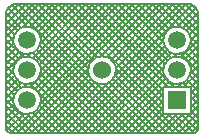
<source format=gbl>
G04 DipTrace 2.4.0.2*
%INtopiconf.GBL*%
%MOMM*%
%ADD14C,0.2*%
%ADD16C,1.5*%
%ADD17R,1.5X1.5*%
%ADD18C,1.524*%
%FSLAX53Y53*%
G04*
G71*
G90*
G75*
G01*
%LNBottom*%
%LPD*%
X11280Y21577D2*
D14*
X10873Y21170D1*
X11887Y21619D2*
X10787Y20518D1*
X12453Y21619D2*
X10787Y19952D1*
X13019Y21619D2*
X10787Y19386D1*
X13584Y21619D2*
X10787Y18821D1*
X14150Y21619D2*
X12241Y19709D1*
X11426Y18894D2*
X10787Y18255D1*
X14716Y21619D2*
X12824Y19727D1*
X11408Y18311D2*
X10787Y17689D1*
X15282Y21619D2*
X13217Y19554D1*
X11580Y17917D2*
X10787Y17124D1*
X15847Y21619D2*
X13504Y19276D1*
X11859Y17630D2*
X10787Y16558D1*
X16413Y21619D2*
X13686Y18891D1*
X12243Y17449D2*
X10787Y15992D1*
X16979Y21619D2*
X13692Y18332D1*
X12802Y17442D2*
X12576Y17216D1*
X11379Y16019D2*
X10787Y15426D1*
X17544Y21619D2*
X13040Y17115D1*
X11481Y15555D2*
X10787Y14861D1*
X18110Y21619D2*
X13376Y16885D1*
X11711Y15219D2*
X10787Y14295D1*
X18676Y21619D2*
X13611Y16553D1*
X12040Y14983D2*
X10787Y13729D1*
X19241Y21619D2*
X13723Y16100D1*
X12495Y14872D2*
X12256Y14633D1*
X11421Y13798D2*
X10787Y13164D1*
X19807Y21619D2*
X12833Y14644D1*
X11410Y13222D2*
X10787Y12598D1*
X20373Y21619D2*
X13224Y14470D1*
X11585Y12831D2*
X10787Y12032D1*
X20938Y21619D2*
X13509Y14189D1*
X11865Y12545D2*
X10787Y11467D1*
X21504Y21619D2*
X13688Y13802D1*
X12252Y12366D2*
X10840Y10954D1*
X22070Y21619D2*
X13688Y13237D1*
X12818Y12366D2*
X11237Y10786D1*
X22635Y21619D2*
X11803Y10786D1*
X23201Y21619D2*
X18806Y17223D1*
X17723Y16141D2*
X12369Y10786D1*
X23767Y21619D2*
X19307Y17159D1*
X17785Y15637D2*
X12934Y10786D1*
X24332Y21619D2*
X19667Y16953D1*
X17991Y15277D2*
X13500Y10786D1*
X24898Y21619D2*
X19926Y16646D1*
X18298Y15018D2*
X14066Y10786D1*
X25464Y21619D2*
X20072Y16226D1*
X18718Y14872D2*
X14631Y10786D1*
X26030Y21619D2*
X19977Y15566D1*
X19381Y14970D2*
X15197Y10786D1*
X26533Y21557D2*
X15763Y10786D1*
X26837Y21295D2*
X25296Y19754D1*
X24079Y18537D2*
X16327Y10785D1*
X26998Y20890D2*
X25756Y19648D1*
X24188Y18080D2*
X16893Y10785D1*
X27016Y20342D2*
X26088Y19414D1*
X24422Y17748D2*
X17459Y10785D1*
X27016Y19777D2*
X26317Y19078D1*
X24756Y17516D2*
X18024Y10785D1*
X27016Y19211D2*
X26423Y18618D1*
X25217Y17412D2*
X24987Y17182D1*
X24113Y16307D2*
X18590Y10785D1*
X27016Y18645D2*
X25551Y17180D1*
X24115Y15744D2*
X19156Y10785D1*
X27016Y18080D2*
X25937Y17001D1*
X24294Y15357D2*
X19721Y10785D1*
X27016Y17514D2*
X26218Y16716D1*
X24579Y15077D2*
X24178Y14676D1*
X24081Y14579D2*
X20287Y10785D1*
X27016Y16948D2*
X26392Y16325D1*
X24970Y14902D2*
X24744Y14676D1*
X24079Y14012D2*
X20853Y10785D1*
X27016Y16383D2*
X26381Y15748D1*
X25549Y14915D2*
X25310Y14676D1*
X24079Y13446D2*
X21418Y10785D1*
X27016Y15817D2*
X25875Y14676D1*
X24079Y12880D2*
X21984Y10785D1*
X27016Y15251D2*
X26423Y14659D1*
X24097Y12332D2*
X22550Y10785D1*
X27016Y14685D2*
X26423Y14093D1*
X24663Y12332D2*
X23115Y10785D1*
X27016Y14120D2*
X26423Y13527D1*
X25228Y12332D2*
X23681Y10785D1*
X27016Y13554D2*
X26423Y12961D1*
X25794Y12332D2*
X24247Y10785D1*
X27016Y12988D2*
X26423Y12396D1*
X26359Y12332D2*
X24813Y10785D1*
X27016Y12423D2*
X25378Y10785D1*
X27016Y11857D2*
X25944Y10785D1*
X27016Y11291D2*
X26510Y10785D1*
X26523Y21577D2*
X26930Y21170D1*
X25915Y21619D2*
X27016Y20518D1*
X25350Y21619D2*
X27016Y19952D1*
X24784Y21619D2*
X27016Y19386D1*
X24218Y21619D2*
X27016Y18821D1*
X23652Y21619D2*
X25562Y19709D1*
X26377Y18894D2*
X27016Y18255D1*
X23087Y21619D2*
X24979Y19727D1*
X26395Y18311D2*
X27016Y17689D1*
X22521Y21619D2*
X24585Y19554D1*
X26222Y17917D2*
X27016Y17124D1*
X21955Y21619D2*
X24298Y19276D1*
X25944Y17630D2*
X27016Y16558D1*
X21390Y21619D2*
X24117Y18891D1*
X25559Y17449D2*
X27016Y15992D1*
X20824Y21619D2*
X24110Y18332D1*
X25000Y17442D2*
X25226Y17216D1*
X26423Y16019D2*
X27016Y15426D1*
X20258Y21619D2*
X24762Y17115D1*
X26322Y15555D2*
X27016Y14861D1*
X19693Y21619D2*
X24426Y16885D1*
X26092Y15219D2*
X27016Y14295D1*
X19127Y21619D2*
X24192Y16553D1*
X25763Y14983D2*
X26070Y14675D1*
X26423Y14322D2*
X27016Y13729D1*
X18561Y21619D2*
X24079Y16100D1*
X25308Y14872D2*
X25505Y14675D1*
X26423Y13756D2*
X27016Y13164D1*
X17996Y21619D2*
X24939Y14675D1*
X26423Y13191D2*
X27016Y12598D1*
X17430Y21619D2*
X24373Y14675D1*
X26423Y12625D2*
X27016Y12032D1*
X16864Y21619D2*
X24079Y14403D1*
X26152Y12331D2*
X27016Y11467D1*
X16299Y21619D2*
X24079Y13838D1*
X25586Y12331D2*
X26963Y10954D1*
X15733Y21619D2*
X24079Y13272D1*
X25020Y12331D2*
X26565Y10786D1*
X15167Y21619D2*
X24079Y12706D1*
X24455Y12331D2*
X26000Y10786D1*
X14601Y21619D2*
X18997Y17223D1*
X20079Y16141D2*
X25434Y10786D1*
X14036Y21619D2*
X18495Y17159D1*
X20017Y15637D2*
X24868Y10786D1*
X13470Y21619D2*
X18135Y16953D1*
X19812Y15277D2*
X24303Y10786D1*
X12904Y21619D2*
X17877Y16646D1*
X19505Y15018D2*
X23737Y10786D1*
X12339Y21619D2*
X17731Y16226D1*
X19085Y14872D2*
X23171Y10786D1*
X11773Y21619D2*
X17826Y15566D1*
X18422Y14970D2*
X22605Y10786D1*
X11269Y21557D2*
X22040Y10786D1*
X10966Y21295D2*
X12506Y19754D1*
X13723Y18537D2*
X21475Y10785D1*
X10804Y20890D2*
X12047Y19648D1*
X13615Y18080D2*
X20910Y10785D1*
X10787Y20342D2*
X11715Y19414D1*
X13381Y17748D2*
X20344Y10785D1*
X10787Y19777D2*
X11485Y19078D1*
X13047Y17516D2*
X19778Y10785D1*
X10787Y19211D2*
X11379Y18618D1*
X12585Y17412D2*
X12815Y17182D1*
X13690Y16307D2*
X19213Y10785D1*
X10787Y18645D2*
X12252Y17180D1*
X13688Y15744D2*
X18647Y10785D1*
X10787Y18080D2*
X11865Y17001D1*
X13509Y15357D2*
X18081Y10785D1*
X10787Y17514D2*
X11585Y16716D1*
X13224Y15077D2*
X17516Y10785D1*
X10787Y16948D2*
X11410Y16325D1*
X12833Y14902D2*
X16950Y10785D1*
X10787Y16383D2*
X11421Y15748D1*
X12254Y14915D2*
X12495Y14674D1*
X13723Y13446D2*
X16384Y10785D1*
X10787Y15817D2*
X12040Y14563D1*
X13611Y12993D2*
X15818Y10785D1*
X10787Y15251D2*
X11711Y14327D1*
X13376Y12661D2*
X15253Y10785D1*
X10787Y14685D2*
X11481Y13991D1*
X13038Y12434D2*
X14687Y10785D1*
X10787Y14120D2*
X11379Y13527D1*
X12574Y12332D2*
X14121Y10785D1*
X10787Y13554D2*
X13556Y10785D1*
X10787Y12988D2*
X12990Y10785D1*
X10787Y12423D2*
X12424Y10785D1*
X10787Y11857D2*
X11859Y10785D1*
X10787Y11291D2*
X11293Y10785D1*
X13705Y18484D2*
X13671Y18287D1*
X13603Y18099D1*
X13504Y17926D1*
X13377Y17772D1*
X13225Y17642D1*
X13053Y17540D1*
X12866Y17469D1*
X12670Y17432D1*
X12470Y17429D1*
X12273Y17460D1*
X12084Y17524D1*
X11909Y17620D1*
X11753Y17745D1*
X11621Y17895D1*
X11516Y18065D1*
X11442Y18251D1*
X11401Y18446D1*
X11395Y18646D1*
X11423Y18844D1*
X11484Y19034D1*
X11577Y19210D1*
X11700Y19368D1*
X11847Y19503D1*
X12016Y19610D1*
X12200Y19687D1*
X12395Y19731D1*
X12594Y19741D1*
X12793Y19716D1*
X12984Y19658D1*
X13162Y19568D1*
X13322Y19448D1*
X13459Y19303D1*
X13569Y19136D1*
X13649Y18953D1*
X13696Y18759D1*
X13709Y18584D1*
X13705Y18484D1*
Y15944D2*
X13671Y15747D1*
X13603Y15559D1*
X13504Y15386D1*
X13377Y15232D1*
X13225Y15102D1*
X13053Y15000D1*
X12866Y14929D1*
X12670Y14892D1*
X12470Y14889D1*
X12273Y14920D1*
X12084Y14984D1*
X11909Y15080D1*
X11753Y15205D1*
X11621Y15355D1*
X11516Y15525D1*
X11442Y15711D1*
X11401Y15906D1*
X11395Y16106D1*
X11423Y16304D1*
X11484Y16494D1*
X11577Y16670D1*
X11700Y16828D1*
X11847Y16963D1*
X12016Y17070D1*
X12200Y17147D1*
X12395Y17191D1*
X12594Y17201D1*
X12793Y17176D1*
X12984Y17118D1*
X13162Y17028D1*
X13322Y16908D1*
X13459Y16763D1*
X13569Y16596D1*
X13649Y16413D1*
X13696Y16219D1*
X13709Y16044D1*
X13705Y15944D1*
Y13404D2*
X13671Y13207D1*
X13603Y13019D1*
X13504Y12846D1*
X13377Y12692D1*
X13225Y12562D1*
X13053Y12460D1*
X12866Y12389D1*
X12670Y12352D1*
X12470Y12349D1*
X12273Y12380D1*
X12084Y12444D1*
X11909Y12540D1*
X11753Y12665D1*
X11621Y12815D1*
X11516Y12985D1*
X11442Y13171D1*
X11401Y13366D1*
X11395Y13566D1*
X11423Y13764D1*
X11484Y13954D1*
X11577Y14130D1*
X11700Y14288D1*
X11847Y14423D1*
X12016Y14530D1*
X12200Y14607D1*
X12395Y14651D1*
X12594Y14661D1*
X12793Y14636D1*
X12984Y14578D1*
X13162Y14488D1*
X13322Y14368D1*
X13459Y14223D1*
X13569Y14056D1*
X13649Y13873D1*
X13696Y13679D1*
X13709Y13504D1*
X13705Y13404D1*
X26405Y18484D2*
X26371Y18287D1*
X26303Y18099D1*
X26204Y17926D1*
X26077Y17772D1*
X25925Y17642D1*
X25753Y17540D1*
X25566Y17469D1*
X25370Y17432D1*
X25170Y17429D1*
X24973Y17460D1*
X24784Y17524D1*
X24609Y17620D1*
X24453Y17745D1*
X24321Y17895D1*
X24216Y18065D1*
X24142Y18251D1*
X24101Y18446D1*
X24095Y18646D1*
X24123Y18844D1*
X24184Y19034D1*
X24277Y19210D1*
X24400Y19368D1*
X24547Y19503D1*
X24716Y19610D1*
X24900Y19687D1*
X25095Y19731D1*
X25294Y19741D1*
X25493Y19716D1*
X25684Y19658D1*
X25862Y19568D1*
X26022Y19448D1*
X26159Y19303D1*
X26269Y19136D1*
X26349Y18953D1*
X26396Y18759D1*
X26409Y18584D1*
X26405Y18484D1*
Y15944D2*
X26371Y15747D1*
X26303Y15559D1*
X26204Y15386D1*
X26077Y15232D1*
X25925Y15102D1*
X25753Y15000D1*
X25566Y14929D1*
X25370Y14892D1*
X25170Y14889D1*
X24973Y14920D1*
X24784Y14984D1*
X24609Y15080D1*
X24453Y15205D1*
X24321Y15355D1*
X24216Y15525D1*
X24142Y15711D1*
X24101Y15906D1*
X24095Y16106D1*
X24123Y16304D1*
X24184Y16494D1*
X24277Y16670D1*
X24400Y16828D1*
X24547Y16963D1*
X24716Y17070D1*
X24900Y17147D1*
X25095Y17191D1*
X25294Y17201D1*
X25493Y17176D1*
X25684Y17118D1*
X25862Y17028D1*
X26022Y16908D1*
X26159Y16763D1*
X26269Y16596D1*
X26349Y16413D1*
X26396Y16219D1*
X26409Y16044D1*
X26405Y15944D1*
X24193Y14662D2*
X26409D1*
Y12346D1*
X24093D1*
Y14662D1*
X24193D1*
X20067Y15944D2*
X20033Y15747D1*
X19966Y15559D1*
X19868Y15385D1*
X19742Y15230D1*
X19591Y15099D1*
X19420Y14995D1*
X19234Y14922D1*
X19039Y14882D1*
X18839Y14875D1*
X18641Y14903D1*
X18451Y14964D1*
X18274Y15056D1*
X18115Y15177D1*
X17979Y15324D1*
X17870Y15491D1*
X17791Y15675D1*
X17744Y15869D1*
X17732Y16068D1*
X17753Y16267D1*
X17807Y16459D1*
X17894Y16639D1*
X18010Y16802D1*
X18152Y16942D1*
X18316Y17057D1*
X18496Y17141D1*
X18689Y17194D1*
X18888Y17214D1*
X19087Y17199D1*
X19281Y17151D1*
X19464Y17070D1*
X19630Y16959D1*
X19775Y16822D1*
X19895Y16662D1*
X19985Y16484D1*
X20044Y16293D1*
X20070Y16095D1*
X20067Y15944D1*
X10800Y20992D2*
X10771Y20758D1*
X10773Y11187D1*
X10774Y11064D1*
X10809Y10958D1*
X10874Y10871D1*
X10963Y10807D1*
X11066Y10773D1*
X11585Y10771D1*
X26616Y10773D1*
X26739Y10774D1*
X26844Y10809D1*
X26932Y10874D1*
X26996Y10963D1*
X27029Y11066D1*
X27031Y11585D1*
Y20763D1*
X27003Y20990D1*
X26936Y21176D1*
X26831Y21341D1*
X26692Y21480D1*
X26526Y21585D1*
X26388Y21634D1*
X11416D1*
X11276Y21584D1*
X11108Y21478D1*
X10970Y21339D1*
X10865Y21173D1*
X10800Y20989D1*
D16*
X12551Y18584D3*
Y16044D3*
Y13504D3*
X25251Y18584D3*
Y16044D3*
D17*
Y13504D3*
D18*
X18901Y16044D3*
M02*

</source>
